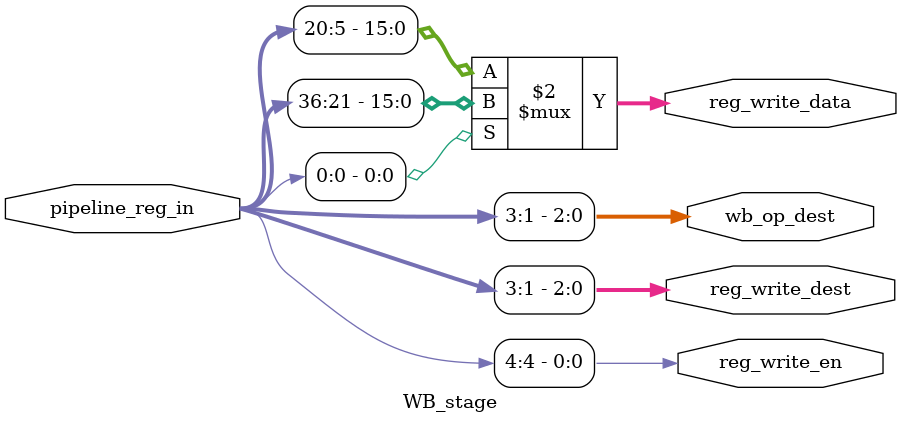
<source format=v>
module WB_stage(input [36:0] pipeline_reg_in,
					output reg_write_en,
					output [2:0] reg_write_dest,
					output [15:0] reg_write_data,
					output [2:0] wb_op_dest

					);
					assign reg_write_data=(pipeline_reg_in[0]==1'b1)?pipeline_reg_in[36:21]:pipeline_reg_in[20:5];
					assign reg_write_en=pipeline_reg_in[4];
					assign reg_write_dest=pipeline_reg_in[3:1];
					assign wb_op_dest=pipeline_reg_in[3:1];
endmodule 
</source>
